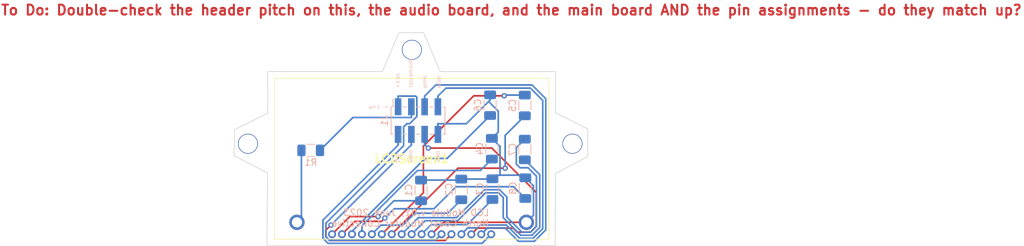
<source format=kicad_pcb>
(kicad_pcb (version 20221018) (generator pcbnew)
  (layers (0 "F.Cu" signal) (31 "B.Cu" signal) (34 "B.Paste" user) (35 "F.Paste" user) (36 "B.SilkS" user "B.Silkscreen") (37 "F.SilkS" user "F.Silkscreen") (38 "B.Mask" user) (39 "F.Mask" user) (44 "Edge.Cuts" user))
  (net 0 "")
  (net 1 "GND")
  (net 2 "Net-(LCDScreen1-V0)")
  (net 3 "Net-(LCDScreen1-V4)")
  (net 4 "Net-(LCDScreen1-VOUT)")
  (net 5 "Net-(LCDScreen1-V3)")
  (net 6 "Net-(LCDScreen1-C2-)")
  (net 7 "Net-(LCDScreen1-C2+)")
  (net 8 "Net-(LCDScreen1-V2)")
  (net 9 "Net-(LCDScreen1-C1+)")
  (net 10 "Net-(LCDScreen1-C1-)")
  (net 11 "Net-(LCDScreen1-V1)")
  (net 12 "CS1")
  (net 13 "+3.3V")
  (net 14 "MISO")
  (net 15 "MOSI")
  (net 16 "reset")
  (net 17 "RS")
  (net 18 "LEDBACKLIGHT")
  (net 19 "Net-(LCDScreen1-A)")
  (footprint "NHD C12832A1Z FSW LCD SPI Eurorack:NHDC12832A1ZFSWFBW3V3" (layer "F.Cu") (at 111.0425 93.955)
    (fp_text reference "LCDScreen1" (at 12 -11.4) (layer "F.SilkS") (effects (font (size 1.27 1.27) (thickness 0.254))))
    (fp_text value "NHD-C12832A1Z-FSW-FBW-3V3" hide)
    (fp_line (start -8.7 -23.55) (end 32.7 -23.55) (stroke (width 0.1)) (layer "F.SilkS"))
    (fp_line (start -8.7 0.75) (end -8.7 -23.55) (stroke (width 0.1)) (layer "F.SilkS"))
    (fp_line (start 32.7 -23.55) (end 32.7 0.75) (stroke (width 0.1)) (layer "F.SilkS"))
    (fp_line (start 32.7 0.75) (end -8.7 0.75) (stroke (width 0.1)) (layer "F.SilkS"))
    (pad "1" thru_hole circle (at 0 0) (size 1.2 1.2) (drill 0.7) (layers "*.Cu" "*.Mask") (net 2 "Net-(LCDScreen1-V0)"))
    (pad "2" thru_hole circle (at 1.5 0) (size 1.2 1.2) (drill 0.7) (layers "*.Cu" "*.Mask") (net 11 "Net-(LCDScreen1-V1)"))
    (pad "3" thru_hole circle (at 3 0) (size 1.2 1.2) (drill 0.7) (layers "*.Cu" "*.Mask") (net 8 "Net-(LCDScreen1-V2)"))
    (pad "4" thru_hole circle (at 4.5 0) (size 1.2 1.2) (drill 0.7) (layers "*.Cu" "*.Mask") (net 5 "Net-(LCDScreen1-V3)"))
    (pad "5" thru_hole circle (at 6 0) (size 1.2 1.2) (drill 0.7) (layers "*.Cu" "*.Mask") (net 3 "Net-(LCDScreen1-V4)"))
    (pad "6" thru_hole circle (at 7.5 0) (size 1.2 1.2) (drill 0.7) (layers "*.Cu" "*.Mask") (net 6 "Net-(LCDScreen1-C2-)"))
    (pad "7" thru_hole circle (at 9 0) (size 1.2 1.2) (drill 0.7) (layers "*.Cu" "*.Mask") (net 7 "Net-(LCDScreen1-C2+)"))
    (pad "8" thru_hole circle (at 10.5 0) (size 1.2 1.2) (drill 0.7) (layers "*.Cu" "*.Mask") (net 9 "Net-(LCDScreen1-C1+)"))
    (pad "9" thru_hole circle (at 12 0) (size 1.2 1.2) (drill 0.7) (layers "*.Cu" "*.Mask") (net 10 "Net-(LCDScreen1-C1-)"))
    (pad "10" thru_hole circle (at 13.5 0) (size 1.2 1.2) (drill 0.7) (layers "*.Cu" "*.Mask") (net 4 "Net-(LCDScreen1-VOUT)"))
    (pad "11" thru_hole circle (at 15 0) (size 1.2 1.2) (drill 0.7) (layers "*.Cu" "*.Mask") (net 1 "GND"))
    (pad "12" thru_hole circle (at 16.5 0) (size 1.2 1.2) (drill 0.7) (layers "*.Cu" "*.Mask") (net 13 "+3.3V"))
    (pad "13" thru_hole circle (at 18 0) (size 1.2 1.2) (drill 0.7) (layers "*.Cu" "*.Mask") (net 14 "MISO"))
    (pad "14" thru_hole circle (at 19.5 0) (size 1.2 1.2) (drill 0.7) (layers "*.Cu" "*.Mask") (net 15 "MOSI"))
    (pad "15" thru_hole circle (at 21 0) (size 1.2 1.2) (drill 0.7) (layers "*.Cu" "*.Mask") (net 17 "RS"))
    (pad "16" thru_hole circle (at 22.5 0) (size 1.2 1.2) (drill 0.7) (layers "*.Cu" "*.Mask") (net 16 "reset"))
    (pad "17" thru_hole circle (at 24 0) (size 1.2 1.2) (drill 0.7) (layers "*.Cu" "*.Mask") (net 12 "CS1"))
    (pad "MH1" thru_hole circle (at -5.3 -1.8) (size 2.31 2.31) (drill 1.54) (layers "*.Cu" "*.Mask") (net 19 "Net-(LCDScreen1-A)"))
    (pad "MH2" thru_hole circle (at 29.3 -1.8) (size 2.31 2.31) (drill 1.54) (layers "*.Cu" "*.Mask") (net 1 "GND"))
  )
  (footprint "Connector_PinHeader_2.00mm:PinHeader_2x04_P2.00mm_Vertical_SMD" (layer "B.Cu") (at 124 76.785 -90)
    (fp_text reference "J1" (at 0 5.06 90) (layer "B.SilkS") (effects (justify mirror)))
    (fp_text value "Conn_02x04_Counter_Clockwise")
    (fp_line (start -3.315 3.76) (end -2.06 3.76) (stroke (width 0.12)) (layer "B.SilkS"))
    (fp_line (start -2.06 -4.06) (end 2.06 -4.06) (stroke (width 0.12)) (layer "B.SilkS"))
    (fp_line (start -2.06 -3.76) (end -2.06 -4.06) (stroke (width 0.12)) (layer "B.SilkS"))
    (fp_line (start -2.06 -1.76) (end -2.06 -2.24) (stroke (width 0.12)) (layer "B.SilkS"))
    (fp_line (start -2.06 0.24) (end -2.06 -0.24) (stroke (width 0.12)) (layer "B.SilkS"))
    (fp_line (start -2.06 2.24) (end -2.06 1.76) (stroke (width 0.12)) (layer "B.SilkS"))
    (fp_line (start -2.06 4.06) (end -2.06 3.76) (stroke (width 0.12)) (layer "B.SilkS"))
    (fp_line (start -2.06 4.06) (end 2.06 4.06) (stroke (width 0.12)) (layer "B.SilkS"))
    (fp_line (start 2.06 -3.76) (end 2.06 -4.06) (stroke (width 0.12)) (layer "B.SilkS"))
    (fp_line (start 2.06 -1.76) (end 2.06 -2.24) (stroke (width 0.12)) (layer "B.SilkS"))
    (fp_line (start 2.06 0.24) (end 2.06 -0.24) (stroke (width 0.12)) (layer "B.SilkS"))
    (fp_line (start 2.06 2.24) (end 2.06 1.76) (stroke (width 0.12)) (layer "B.SilkS"))
    (fp_line (start 2.06 4.06) (end 2.06 3.76) (stroke (width 0.12)) (layer "B.SilkS"))
    (pad "1" smd rect (at -2.085 3 270) (size 2.58 1) (layers "B.Cu" "B.Paste" "B.Mask") (net 13 "+3.3V"))
    (pad "2" smd rect (at 2.085 3 270) (size 2.58 1) (layers "B.Cu" "B.Paste" "B.Mask") (net 12 "CS1"))
    (pad "3" smd rect (at -2.085 1 270) (size 2.58 1) (layers "B.Cu" "B.Paste" "B.Mask") (net 18 "LEDBACKLIGHT"))
    (pad "4" smd rect (at 2.085 1 270) (size 2.58 1) (layers "B.Cu" "B.Paste" "B.Mask") (net 14 "MISO"))
    (pad "5" smd rect (at -2.085 -1 270) (size 2.58 1) (layers "B.Cu" "B.Paste" "B.Mask") (net 16 "reset"))
    (pad "6" smd rect (at 2.085 -1 270) (size 2.58 1) (layers "B.Cu" "B.Paste" "B.Mask") (net 17 "RS"))
    (pad "7" smd rect (at -2.085 -3 270) (size 2.58 1) (layers "B.Cu" "B.Paste" "B.Mask") (net 15 "MOSI"))
    (pad "8" smd rect (at 2.085 -3 270) (size 2.58 1) (layers "B.Cu" "B.Paste" "B.Mask") (net 1 "GND"))
  )
  (footprint "Capacitor_SMD:C_1206_3216Metric_Pad1.33x1.80mm_HandSolder" (layer "B.Cu") (at 140.1088 74.4904 -90)
    (fp_text reference "C5" (at 0 1.85 90) (layer "B.SilkS") (effects (justify mirror)))
    (fp_text value "1uF")
    (fp_line (start -0.711252 -0.91) (end 0.711252 -0.91) (stroke (width 0.12)) (layer "B.SilkS"))
    (fp_line (start -0.711252 0.91) (end 0.711252 0.91) (stroke (width 0.12)) (layer "B.SilkS"))
    (pad "1" smd roundrect (at -1.5625 0 270) (size 1.325 1.8) (layers "B.Cu" "B.Paste" "B.Mask") (roundrect_rratio 0.1886792453) (net 6 "Net-(LCDScreen1-C2-)"))
    (pad "2" smd roundrect (at 1.5625 0 270) (size 1.325 1.8) (layers "B.Cu" "B.Paste" "B.Mask") (roundrect_rratio 0.1886792453) (net 7 "Net-(LCDScreen1-C2+)"))
  )
  (footprint "Capacitor_SMD:C_1206_3216Metric_Pad1.33x1.80mm_HandSolder" (layer "B.Cu") (at 134.8747 74.4519 -90)
    (fp_text reference "C6" (at 0 1.85 90) (layer "B.SilkS") (effects (justify mirror)))
    (fp_text value "1uF")
    (fp_line (start -0.711252 -0.91) (end 0.711252 -0.91) (stroke (width 0.12)) (layer "B.SilkS"))
    (fp_line (start -0.711252 0.91) (end 0.711252 0.91) (stroke (width 0.12)) (layer "B.SilkS"))
    (pad "1" smd roundrect (at -1.5625 0 270) (size 1.325 1.8) (layers "B.Cu" "B.Paste" "B.Mask") (roundrect_rratio 0.1886792453) (net 1 "GND"))
    (pad "2" smd roundrect (at 1.5625 0 270) (size 1.325 1.8) (layers "B.Cu" "B.Paste" "B.Mask") (roundrect_rratio 0.1886792453) (net 8 "Net-(LCDScreen1-V2)"))
  )
  (footprint "Capacitor_SMD:C_1206_3216Metric_Pad1.33x1.80mm_HandSolder" (layer "B.Cu") (at 140.1858 86.9907 -90)
    (fp_text reference "C8" (at 0 1.85 90) (layer "B.SilkS") (effects (justify mirror)))
    (fp_text value "1uF")
    (fp_line (start -0.711252 -0.91) (end 0.711252 -0.91) (stroke (width 0.12)) (layer "B.SilkS"))
    (fp_line (start -0.711252 0.91) (end 0.711252 0.91) (stroke (width 0.12)) (layer "B.SilkS"))
    (pad "1" smd roundrect (at -1.5625 0 270) (size 1.325 1.8) (layers "B.Cu" "B.Paste" "B.Mask") (roundrect_rratio 0.1886792453) (net 1 "GND"))
    (pad "2" smd roundrect (at 1.5625 0 270) (size 1.325 1.8) (layers "B.Cu" "B.Paste" "B.Mask") (roundrect_rratio 0.1886792453) (net 11 "Net-(LCDScreen1-V1)"))
  )
  (footprint "Capacitor_SMD:C_1206_3216Metric_Pad1.33x1.80mm_HandSolder" (layer "B.Cu") (at 140.1088 81.1485 -90)
    (fp_text reference "C7" (at 0 1.85 90) (layer "B.SilkS") (effects (justify mirror)))
    (fp_text value "1uF")
    (fp_line (start -0.711252 -0.91) (end 0.711252 -0.91) (stroke (width 0.12)) (layer "B.SilkS"))
    (fp_line (start -0.711252 0.91) (end 0.711252 0.91) (stroke (width 0.12)) (layer "B.SilkS"))
    (pad "1" smd roundrect (at -1.5625 0 270) (size 1.325 1.8) (layers "B.Cu" "B.Paste" "B.Mask") (roundrect_rratio 0.1886792453) (net 9 "Net-(LCDScreen1-C1+)"))
    (pad "2" smd roundrect (at 1.5625 0 270) (size 1.325 1.8) (layers "B.Cu" "B.Paste" "B.Mask") (roundrect_rratio 0.1886792453) (net 10 "Net-(LCDScreen1-C1-)"))
  )
  (footprint "Capacitor_SMD:C_1206_3216Metric_Pad1.33x1.80mm_HandSolder" (layer "B.Cu") (at 124.46 87.3375 -90)
    (fp_text reference "C1" (at 0 1.85 90) (layer "B.SilkS") (effects (justify mirror)))
    (fp_text value "1uF")
    (fp_line (start -0.711252 -0.91) (end 0.711252 -0.91) (stroke (width 0.12)) (layer "B.SilkS"))
    (fp_line (start -0.711252 0.91) (end 0.711252 0.91) (stroke (width 0.12)) (layer "B.SilkS"))
    (pad "1" smd roundrect (at -1.5625 0 270) (size 1.325 1.8) (layers "B.Cu" "B.Paste" "B.Mask") (roundrect_rratio 0.1886792453) (net 1 "GND"))
    (pad "2" smd roundrect (at 1.5625 0 270) (size 1.325 1.8) (layers "B.Cu" "B.Paste" "B.Mask") (roundrect_rratio 0.1886792453) (net 2 "Net-(LCDScreen1-V0)"))
  )
  (footprint "Capacitor_SMD:C_1206_3216Metric_Pad1.33x1.80mm_HandSolder" (layer "B.Cu") (at 130.5258 87.1831 -90)
    (fp_text reference "C2" (at 0 1.85 90) (layer "B.SilkS") (effects (justify mirror)))
    (fp_text value "1uF")
    (fp_line (start -0.711252 -0.91) (end 0.711252 -0.91) (stroke (width 0.12)) (layer "B.SilkS"))
    (fp_line (start -0.711252 0.91) (end 0.711252 0.91) (stroke (width 0.12)) (layer "B.SilkS"))
    (pad "1" smd roundrect (at -1.5625 0 270) (size 1.325 1.8) (layers "B.Cu" "B.Paste" "B.Mask") (roundrect_rratio 0.1886792453) (net 1 "GND"))
    (pad "2" smd roundrect (at 1.5625 0 270) (size 1.325 1.8) (layers "B.Cu" "B.Paste" "B.Mask") (roundrect_rratio 0.1886792453) (net 3 "Net-(LCDScreen1-V4)"))
  )
  (footprint "PCM_4ms_Resistor:R_1206_3216Metric" (layer "B.Cu") (at 107.82 81.28)
    (fp_text reference "R1" (at 0 1.82) (layer "B.SilkS") (effects (justify mirror)))
    (fp_text value "330")
    (fp_line (start -0.602064 -0.91) (end 0.602064 -0.91) (stroke (width 0.12)) (layer "B.SilkS"))
    (fp_line (start -0.602064 0.91) (end 0.602064 0.91) (stroke (width 0.12)) (layer "B.SilkS"))
    (pad "1" smd roundrect (at -1.4 0) (size 1.25 1.75) (layers "B.Cu" "B.Paste" "B.Mask") (roundrect_rratio 0.2) (net 19 "Net-(LCDScreen1-A)"))
    (pad "2" smd roundrect (at 1.4 0) (size 1.25 1.75) (layers "B.Cu" "B.Paste" "B.Mask") (roundrect_rratio 0.2) (net 18 "LEDBACKLIGHT"))
  )
  (footprint "Capacitor_SMD:C_1206_3216Metric_Pad1.33x1.80mm_HandSolder" (layer "B.Cu") (at 135.1441 81.033 -90)
    (fp_text reference "C4" (at 0 1.85 90) (layer "B.SilkS") (effects (justify mirror)))
    (fp_text value "1uF")
    (fp_line (start -0.711252 -0.91) (end 0.711252 -0.91) (stroke (width 0.12)) (layer "B.SilkS"))
    (fp_line (start -0.711252 0.91) (end 0.711252 0.91) (stroke (width 0.12)) (layer "B.SilkS"))
    (pad "1" smd roundrect (at -1.5625 0 270) (size 1.325 1.8) (layers "B.Cu" "B.Paste" "B.Mask") (roundrect_rratio 0.1886792453) (net 1 "GND"))
    (pad "2" smd roundrect (at 1.5625 0 270) (size 1.325 1.8) (layers "B.Cu" "B.Paste" "B.Mask") (roundrect_rratio 0.1886792453) (net 5 "Net-(LCDScreen1-V3)"))
  )
  (footprint "Capacitor_SMD:C_1206_3216Metric_Pad1.33x1.80mm_HandSolder" (layer "B.Cu") (at 135.2211 87.1446 -90)
    (fp_text reference "C3" (at 0 1.85 90) (layer "B.SilkS") (effects (justify mirror)))
    (fp_text value "1uF")
    (fp_line (start -0.711252 -0.91) (end 0.711252 -0.91) (stroke (width 0.12)) (layer "B.SilkS"))
    (fp_line (start -0.711252 0.91) (end 0.711252 0.91) (stroke (width 0.12)) (layer "B.SilkS"))
    (pad "1" smd roundrect (at -1.5625 0 270) (size 1.325 1.8) (layers "B.Cu" "B.Paste" "B.Mask") (roundrect_rratio 0.1886792453) (net 1 "GND"))
    (pad "2" smd roundrect (at 1.5625 0 270) (size 1.325 1.8) (layers "B.Cu" "B.Paste" "B.Mask") (roundrect_rratio 0.1886792453) (net 4 "Net-(LCDScreen1-VOUT)"))
  )
  (gr_poly (pts (xy 144.687188 95.669056) (xy 101.218097 95.712709) (xy 101.301726 84.692341) (xy 96.263014 82.084529) (xy 96.339481 78.170544) (xy 101.35885 75.648004) (xy 101.330251 69.366766) (xy 118.629393 69.371196) (xy 121.130708 63.497731) (xy 124.845389 63.497731) (xy 127.338672 69.371196) (xy 144.733283 69.373465) (xy 144.726197 75.584557) (xy 149.604038 78.057763) (xy 149.604037 82.197311) (xy 144.726196 84.804105)) (stroke (width 0.1)) (fill none) (layer "Edge.Cuts"))
  (gr_text "To Do: Double-check the header pitch on this, the audio board, and the main board AND the pin assignments - do they match up?" (at 60.96 60.96) (layer "F.Cu") (effects (font (size 1.5 1.5) (thickness 0.3) bold) (justify left bottom)))
  (gr_text "Pin 1 -->" (at 116.586485 74.400944 180) (layer "B.SilkS") (effects (font (size 0.5 0.5) (thickness 0.125)) (justify left bottom mirror)))
  (gr_text "GND" (at 126.698909 82.949487 -90) (layer "B.SilkS") (effects (font (size 0.5 0.5) (thickness 0.125)) (justify left bottom mirror)))
  (gr_text "LCD Module v.01, June 2023\nNorth Coast Modular Collective" (at 134.812711 92.893508) (layer "B.SilkS") (effects (font (size 1 1)) (justify left bottom mirror)))
  (gr_text "+3.3V" (at 120.645242 71.833702 270) (layer "B.SilkS") (effects (font (size 0.5 0.5) (thickness 0.125)) (justify left bottom mirror)))
  (gr_text "CS1" (at 120.593056 83.106047 270) (layer "B.SilkS") (effects (font (size 0.5 0.5) (thickness 0.125)) (justify left bottom mirror)))
  (gr_text "MOSI" (at 126.820678 71.84788 270) (layer "B.SilkS") (effects (font (size 0.5 0.5) (thickness 0.125)) (justify left bottom mirror)))
  (gr_text "MISO" (at 122.576153 83.036465 270) (layer "B.SilkS") (effects (font (size 0.5 0.5) (thickness 0.125)) (justify left bottom mirror)))
  (gr_text "RS" (at 124.750603 83.001673 270) (layer "B.SilkS") (effects (font (size 0.5 0.5) (thickness 0.125)) (justify left bottom mirror)))
  (gr_text "Reset" (at 124.733207 71.865275 270) (layer "B.SilkS") (effects (font (size 0.5 0.5) (thickness 0.125)) (justify left bottom mirror)))
  (gr_text "LED Backlight" (at 122.62834 71.760902 270) (layer "B.SilkS") (effects (font (size 0.5 0.5) (thickness 0.125)) (justify left bottom mirror)))
  (via (at 98.351125 80.279926) (size 3) (drill 2.8) (layers "F.Cu" "B.Cu") (net 0))
  (via (at 147.289366 80.279926) (size 3) (drill 2.8) (layers "F.Cu" "B.Cu") (net 0))
  (via (at 123.070782 66.082825) (size 3) (drill 2.8) (layers "F.Cu" "B.Cu") (net 0))
  (segment (start 127.8425 92.155) (end 126.0425 93.955) (width 0.25) (layer "F.Cu") (net 1))
  (segment (start 140.3425 92.155) (end 127.8425 92.155) (width 0.25) (layer "F.Cu") (net 1))
  (segment (start 140.1858 85.4282) (end 141.4144 86.6568) (width 0.25) (layer "B.Cu") (net 1))
  (segment (start 139.7874 85.0298) (end 140.1858 85.4282) (width 0.25) (layer "B.Cu") (net 1))
  (segment (start 141.4144 91.0831) (end 140.3425 92.155) (width 0.25) (layer "B.Cu") (net 1))
  (segment (start 136.1044 75.3541) (end 134.6488 73.8985) (width 0.25) (layer "B.Cu") (net 1))
  (segment (start 127 78.87) (end 127 77.2549) (width 0.25) (layer "B.Cu") (net 1))
  (segment (start 131.2924 77.2549) (end 127 77.2549) (width 0.25) (layer "B.Cu") (net 1))
  (segment (start 135.7734 85.0298) (end 136.3703 85.0298) (width 0.25) (layer "B.Cu") (net 1))
  (segment (start 130.5258 85.6206) (end 135.1826 85.6206) (width 0.25) (layer "B.Cu") (net 1))
  (segment (start 134.6488 73.8985) (end 131.2924 77.2549) (width 0.25) (layer "B.Cu") (net 1))
  (segment (start 134.8747 72.8894) (end 134.8747 73.6726) (width 0.25) (layer "B.Cu") (net 1))
  (segment (start 136.3703 80.6967) (end 135.1441 79.4705) (width 0.25) (layer "B.Cu") (net 1))
  (segment (start 141.4144 86.6568) (end 141.4144 91.0831) (width 0.25) (layer "B.Cu") (net 1))
  (segment (start 136.1044 78.5102) (end 136.1044 75.3541) (width 0.25) (layer "B.Cu") (net 1))
  (segment (start 135.1826 85.6206) (end 135.2211 85.5821) (width 0.25) (layer "B.Cu") (net 1))
  (segment (start 136.3703 85.0298) (end 136.3703 80.6967) (width 0.25) (layer "B.Cu") (net 1))
  (segment (start 124.46 85.775) (end 130.3714 85.775) (width 0.25) (layer "B.Cu") (net 1))
  (segment (start 130.3714 85.775) (end 130.5258 85.6206) (width 0.25) (layer "B.Cu") (net 1))
  (segment (start 134.8747 73.6726) (end 134.6488 73.8985) (width 0.25) (layer "B.Cu") (net 1))
  (segment (start 136.3703 85.0298) (end 139.7874 85.0298) (width 0.25) (layer "B.Cu") (net 1))
  (segment (start 135.2211 85.5821) (end 135.7734 85.0298) (width 0.25) (layer "B.Cu") (net 1))
  (segment (start 135.1441 79.4705) (end 136.1044 78.5102) (width 0.25) (layer "B.Cu") (net 1))
  (segment (start 111.0425 93.955) (end 113.7096 91.2879) (width 0.25) (layer "F.Cu") (net 2))
  (segment (start 113.7096 91.2879) (end 117.9865 91.2879) (width 0.25) (layer "F.Cu") (net 2))
  (via (at 117.9865 91.2879) (size 0.8) (drill 0.4) (layers "F.Cu" "B.Cu") (net 2))
  (segment (start 120.3744 88.9) (end 117.9865 91.2879) (width 0.25) (layer "B.Cu") (net 2))
  (segment (start 124.46 88.9) (end 120.3744 88.9) (width 0.25) (layer "B.Cu") (net 2))
  (segment (start 118.4096 92.5879) (end 117.0425 93.955) (width 0.25) (layer "B.Cu") (net 3))
  (segment (start 128.4916 90.7798) (end 123.5219 90.7798) (width 0.25) (layer "B.Cu") (net 3))
  (segment (start 121.7138 92.5879) (end 118.4096 92.5879) (width 0.25) (layer "B.Cu") (net 3))
  (segment (start 130.5258 88.7456) (end 128.4916 90.7798) (width 0.25) (layer "B.Cu") (net 3))
  (segment (start 123.5219 90.7798) (end 121.7138 92.5879) (width 0.25) (layer "B.Cu") (net 3))
  (segment (start 135.2211 88.7071) (end 131.419 92.5092) (width 0.25) (layer "B.Cu") (net 4))
  (segment (start 125.9883 92.5092) (end 124.5425 93.955) (width 0.25) (layer "B.Cu") (net 4))
  (segment (start 131.419 92.5092) (end 125.9883 92.5092) (width 0.25) (layer "B.Cu") (net 4))
  (segment (start 115.5425 92.699) (end 115.5425 93.955) (width 0.25) (layer "B.Cu") (net 5))
  (segment (start 123.9202 84.3213) (end 115.5425 92.699) (width 0.25) (layer "B.Cu") (net 5))
  (segment (start 135.1441 82.5955) (end 133.4183 84.3213) (width 0.25) (layer "B.Cu") (net 5))
  (segment (start 133.4183 84.3213) (end 123.9202 84.3213) (width 0.25) (layer "B.Cu") (net 5))
  (segment (start 137.0036 73.0386) (end 132.4146 73.0386) (width 0.25) (layer "F.Cu") (net 6))
  (segment (start 132.4146 73.0386) (end 124.8146 80.6386) (width 0.25) (layer "F.Cu") (net 6))
  (segment (start 124.8146 80.6386) (end 124.8146 87.6829) (width 0.25) (layer "F.Cu") (net 6))
  (segment (start 124.8146 87.6829) (end 118.5425 93.955) (width 0.25) (layer "F.Cu") (net 6))
  (via (at 137.0036 73.0386) (size 0.8) (drill 0.4) (layers "F.Cu" "B.Cu") (net 6))
  (segment (start 137.1143 72.9279) (end 137.0036 73.0386) (width 0.25) (layer "B.Cu") (net 6))
  (segment (start 140.1088 72.9279) (end 137.1143 72.9279) (width 0.25) (layer "B.Cu") (net 6))
  (segment (start 137.1463 83.9776) (end 130.0199 83.9776) (width 0.25) (layer "F.Cu") (net 7))
  (segment (start 130.0199 83.9776) (end 120.0425 93.955) (width 0.25) (layer "F.Cu") (net 7))
  (via (at 137.1463 83.9776) (size 0.8) (drill 0.4) (layers "F.Cu" "B.Cu") (net 7))
  (segment (start 140.1088 76.0529) (end 137.1463 79.0154) (width 0.25) (layer "B.Cu") (net 7))
  (segment (start 137.1463 79.0154) (end 137.1463 83.9776) (width 0.25) (layer "B.Cu") (net 7))
  (segment (start 125.0665 82.503) (end 114.0425 93.527) (width 0.25) (layer "B.Cu") (net 8))
  (segment (start 128.3861 82.503) (end 125.0665 82.503) (width 0.25) (layer "B.Cu") (net 8))
  (segment (start 134.8747 76.0144) (end 128.3861 82.503) (width 0.25) (layer "B.Cu") (net 8))
  (segment (start 114.0425 93.527) (end 114.0425 93.955) (width 0.25) (layer "B.Cu") (net 8))
  (segment (start 139.3862 83.9103) (end 140.5911 83.9103) (width 0.25) (layer "B.Cu") (net 9))
  (segment (start 138.8315 80.8633) (end 138.8315 83.3556) (width 0.25) (layer "B.Cu") (net 9))
  (segment (start 136.3051 87.2288) (end 134.0335 87.2288) (width 0.25) (layer "B.Cu") (net 9))
  (segment (start 140.9317 93.6591) (end 139.6922 93.6591) (width 0.25) (layer "B.Cu") (net 9))
  (segment (start 124.0425 91.455) (end 121.5425 93.955) (width 0.25) (layer "B.Cu") (net 9))
  (segment (start 141.867 85.1862) (end 141.867 92.7238) (width 0.25) (layer "B.Cu") (net 9))
  (segment (start 129.8074 91.4549) (end 124.0425 91.4549) (width 0.25) (layer "B.Cu") (net 9))
  (segment (start 138.8315 83.3556) (end 139.3862 83.9103) (width 0.25) (layer "B.Cu") (net 9))
  (segment (start 134.0335 87.2288) (end 129.8074 91.4549) (width 0.25) (layer "B.Cu") (net 9))
  (segment (start 124.0425 91.4549) (end 124.0425 91.455) (width 0.25) (layer "B.Cu") (net 9))
  (segment (start 137.3949 91.3618) (end 137.3949 88.3186) (width 0.25) (layer "B.Cu") (net 9))
  (segment (start 139.6922 93.6591) (end 137.3949 91.3618) (width 0.25) (layer "B.Cu") (net 9))
  (segment (start 137.3949 88.3186) (end 136.3051 87.2288) (width 0.25) (layer "B.Cu") (net 9))
  (segment (start 141.867 92.7238) (end 140.9317 93.6591) (width 0.25) (layer "B.Cu") (net 9))
  (segment (start 140.1088 79.586) (end 138.8315 80.8633) (width 0.25) (layer "B.Cu") (net 9))
  (segment (start 140.5911 83.9103) (end 141.867 85.1862) (width 0.25) (layer "B.Cu") (net 9))
  (segment (start 142.3607 84.9629) (end 142.3607 92.9284) (width 0.25) (layer "B.Cu") (net 10))
  (segment (start 142.3607 92.9284) (end 141.1718 94.1173) (width 0.25) (layer "B.Cu") (net 10))
  (segment (start 141.1718 94.1173) (end 139.5137 94.1173) (width 0.25) (layer "B.Cu") (net 10))
  (segment (start 139.5137 94.1173) (end 136.8553 91.4589) (width 0.25) (layer "B.Cu") (net 10))
  (segment (start 125.0923 91.9052) (end 123.0425 93.955) (width 0.25) (layer "B.Cu") (net 10))
  (segment (start 134.2003 87.6987) (end 129.9938 91.9052) (width 0.25) (layer "B.Cu") (net 10))
  (segment (start 136.8553 88.4157) (end 136.1383 87.6987) (width 0.25) (layer "B.Cu") (net 10))
  (segment (start 136.8553 91.4589) (end 136.8553 88.4157) (width 0.25) (layer "B.Cu") (net 10))
  (segment (start 140.1088 82.711) (end 142.3607 84.9629) (width 0.25) (layer "B.Cu") (net 10))
  (segment (start 129.9938 91.9052) (end 125.0923 91.9052) (width 0.25) (layer "B.Cu") (net 10))
  (segment (start 136.1383 87.6987) (end 134.2003 87.6987) (width 0.25) (layer "B.Cu") (net 10))
  (segment (start 112.5425 93.955) (end 114.4845 92.013) (width 0.25) (layer "F.Cu") (net 11))
  (segment (start 114.4845 92.013) (end 118.4985 92.013) (width 0.25) (layer "F.Cu") (net 11))
  (segment (start 118.4985 92.013) (end 119.0022 91.5093) (width 0.25) (layer "F.Cu") (net 11))
  (via (at 119.0022 91.5093) (size 0.8) (drill 0.4) (layers "F.Cu" "B.Cu") (net 11))
  (segment (start 138.4113 86.7787) (end 129.7318 86.7787) (width 0.25) (layer "B.Cu") (net 11))
  (segment (start 140.1858 88.5532) (end 138.4113 86.7787) (width 0.25) (layer "B.Cu") (net 11))
  (segment (start 129.7318 86.7787) (end 126.4059 90.1046) (width 0.25) (layer "B.Cu") (net 11))
  (segment (start 120.4069 90.1046) (end 119.0022 91.5093) (width 0.25) (layer "B.Cu") (net 11))
  (segment (start 126.4059 90.1046) (end 120.4069 90.1046) (width 0.25) (layer "B.Cu") (net 11))
  (segment (start 121 80.4851) (end 109.6647 91.8204) (width 0.25) (layer "B.Cu") (net 12))
  (segment (start 121 78.87) (end 121 80.4851) (width 0.25) (layer "B.Cu") (net 12))
  (segment (start 109.6647 91.8204) (end 109.6647 94.5557) (width 0.25) (layer "B.Cu") (net 12))
  (segment (start 110.4417 95.3327) (end 133.6648 95.3327) (width 0.25) (layer "B.Cu") (net 12))
  (segment (start 109.6647 94.5557) (end 110.4417 95.3327) (width 0.25) (layer "B.Cu") (net 12))
  (segment (start 133.6648 95.3327) (end 135.0425 93.955) (width 0.25) (layer "B.Cu") (net 12))
  (segment (start 110.6282 94.8825) (end 110.1149 94.3692) (width 0.25) (layer "B.Cu") (net 13))
  (segment (start 121 74.7) (end 121 73.0849) (width 0.25) (layer "B.Cu") (net 13))
  (segment (start 123.8264 76.1647) (end 123.8264 73.2697) (width 0.25) (layer "B.Cu") (net 13))
  (segment (start 121.8252 80.5768) (end 121.8252 77.7505) (width 0.25) (layer "B.Cu") (net 13))
  (segment (start 127.5425 93.955) (end 126.615 94.8825) (width 0.25) (layer "B.Cu") (net 13))
  (segment (start 123.6416 73.0849) (end 121 73.0849) (width 0.25) (layer "B.Cu") (net 13))
  (segment (start 121.8252 77.7505) (end 122.3209 77.2548) (width 0.25) (layer "B.Cu") (net 13))
  (segment (start 126.615 94.8825) (end 110.6282 94.8825) (width 0.25) (layer "B.Cu") (net 13))
  (segment (start 122.7363 77.2548) (end 123.8264 76.1647) (width 0.25) (layer "B.Cu") (net 13))
  (segment (start 122.3209 77.2548) (end 122.7363 77.2548) (width 0.25) (layer "B.Cu") (net 13))
  (segment (start 123.8264 73.2697) (end 123.6416 73.0849) (width 0.25) (layer "B.Cu") (net 13))
  (segment (start 110.1149 94.3692) (end 110.1149 92.2871) (width 0.25) (layer "B.Cu") (net 13))
  (segment (start 110.1149 92.2871) (end 121.8252 80.5768) (width 0.25) (layer "B.Cu") (net 13))
  (segment (start 110.0908 93.3581) (end 110.874 92.5749) (width 0.25) (layer "F.Cu") (net 14))
  (segment (start 110.6854 94.9063) (end 110.0908 94.3117) (width 0.25) (layer "F.Cu") (net 14))
  (segment (start 128.0912 94.9063) (end 110.6854 94.9063) (width 0.25) (layer "F.Cu") (net 14))
  (segment (start 129.0425 93.955) (end 128.0912 94.9063) (width 0.25) (layer "F.Cu") (net 14))
  (segment (start 110.0908 94.3117) (end 110.0908 93.3581) (width 0.25) (layer "F.Cu") (net 14))
  (via (at 110.874 92.5749) (size 0.8) (drill 0.4) (layers "F.Cu" "B.Cu") (net 14))
  (segment (start 123 78.87) (end 123 80.4851) (width 0.25) (layer "B.Cu") (net 14))
  (segment (start 123 80.4851) (end 122.9638 80.4851) (width 0.25) (layer "B.Cu") (net 14))
  (segment (start 122.9638 80.4851) (end 110.874 92.5749) (width 0.25) (layer "B.Cu") (net 14))
  (segment (start 132.9951 93.0024) (end 133.432 92.5655) (width 0.25) (layer "B.Cu") (net 15))
  (segment (start 131.4951 93.0024) (end 132.9951 93.0024) (width 0.25) (layer "B.Cu") (net 15))
  (segment (start 128.2053 71.8796) (end 127 73.0849) (width 0.25) (layer "B.Cu") (net 15))
  (segment (start 142.8109 73.7363) (end 140.9542 71.8796) (width 0.25) (layer "B.Cu") (net 15))
  (segment (start 137.3254 92.5655) (end 139.3355 94.5756) (width 0.25) (layer "B.Cu") (net 15))
  (segment (start 133.432 92.5655) (end 137.3254 92.5655) (width 0.25) (layer "B.Cu") (net 15))
  (segment (start 139.3355 94.5756) (end 141.3502 94.5756) (width 0.25) (layer "B.Cu") (net 15))
  (segment (start 141.3502 94.5756) (end 142.8109 93.1149) (width 0.25) (layer "B.Cu") (net 15))
  (segment (start 142.8109 93.1149) (end 142.8109 73.7363) (width 0.25) (layer "B.Cu") (net 15))
  (segment (start 127 74.7) (end 127 73.0849) (width 0.25) (layer "B.Cu") (net 15))
  (segment (start 130.5425 93.955) (end 131.4951 93.0024) (width 0.25) (layer "B.Cu") (net 15))
  (segment (start 140.9542 71.8796) (end 128.2053 71.8796) (width 0.25) (layer "B.Cu") (net 15))
  (segment (start 141.1907 71.3936) (end 126.6913 71.3936) (width 0.25) (layer "B.Cu") (net 16))
  (segment (start 141.5367 95.0257) (end 143.261 93.3014) (width 0.25) (layer "B.Cu") (net 16))
  (segment (start 143.261 93.3014) (end 143.261 73.4639) (width 0.25) (layer "B.Cu") (net 16))
  (segment (start 133.5425 93.955) (end 134.4819 93.0156) (width 0.25) (layer "B.Cu") (net 16))
  (segment (start 139.149 95.0257) (end 141.5367 95.0257) (width 0.25) (layer "B.Cu") (net 16))
  (segment (start 143.261 73.4639) (end 141.1907 71.3936) (width 0.25) (layer "B.Cu") (net 16))
  (segment (start 134.4819 93.0156) (end 137.1389 93.0156) (width 0.25) (layer "B.Cu") (net 16))
  (segment (start 126.6913 71.3936) (end 125 73.0849) (width 0.25) (layer "B.Cu") (net 16))
  (segment (start 125 74.7) (end 125 73.0849) (width 0.25) (layer "B.Cu") (net 16))
  (segment (start 137.1389 93.0156) (end 139.149 95.0257) (width 0.25) (layer "B.Cu") (net 16))
  (segment (start 138.9447 93.6412) (end 140.9794 93.6412) (width 0.25) (layer "F.Cu") (net 17))
  (segment (start 141.8296 87.6354) (end 135.1329 80.9387) (width 0.25) (layer "F.Cu") (net 17))
  (segment (start 140.9794 93.6412) (end 141.8296 92.791) (width 0.25) (layer "F.Cu") (net 17))
  (segment (start 138.3333 93.0298) (end 138.9447 93.6412) (width 0.25) (layer "F.Cu") (net 17))
  (segment (start 135.1329 80.9387) (end 125.549 80.9387) (width 0.25) (layer "F.Cu") (net 17))
  (segment (start 141.8296 92.791) (end 141.8296 87.6354) (width 0.25) (layer "F.Cu") (net 17))
  (segment (start 132.9677 93.0298) (end 138.3333 93.0298) (width 0.25) (layer "F.Cu") (net 17))
  (segment (start 132.0425 93.955) (end 132.9677 93.0298) (width 0.25) (layer "F.Cu") (net 17))
  (via (at 125.549 80.9387) (size 0.8) (drill 0.4) (layers "F.Cu" "B.Cu") (net 17))
  (segment (start 125.0954 80.4851) (end 125 80.4851) (width 0.25) (layer "B.Cu") (net 17))
  (segment (start 125 78.87) (end 125 80.4851) (width 0.25) (layer "B.Cu") (net 17))
  (segment (start 125.549 80.9387) (end 125.0954 80.4851) (width 0.25) (layer "B.Cu") (net 17))
  (segment (start 109.22 81.28) (end 114.1849 76.3151) (width 0.25) (layer "B.Cu") (net 18))
  (segment (start 114.1849 76.3151) (end 123 76.3151) (width 0.25) (layer "B.Cu") (net 18))
  (segment (start 123 74.7) (end 123 76.3151) (width 0.25) (layer "B.Cu") (net 18))
  (segment (start 106.42 91.4775) (end 106.42 81.28) (width 0.25) (layer "B.Cu") (net 19))
  (segment (start 105.7425 92.155) (end 106.42 91.4775) (width 0.25) (layer "B.Cu") (net 19))
)
</source>
